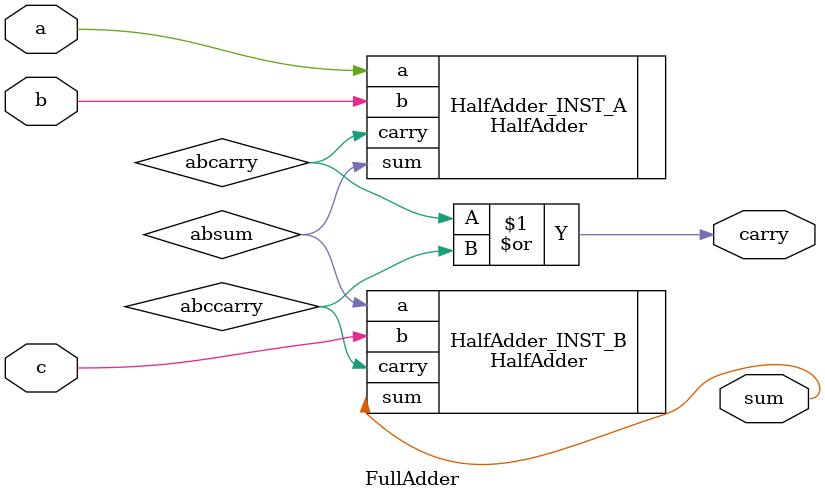
<source format=v>
module FullAdder (
    input a,
    input b,
    input c,
    output sum,
    output carry
);

wire absum, abcarry;
HalfAdder HalfAdder_INST_A (
    .a(a),
    .b(b),
    .sum(absum),
    .carry(abcarry)
);

wire abccarry;
HalfAdder HalfAdder_INST_B (
    .a(absum),
    .b(c),
    .sum(sum),
    .carry(abccarry)
);

assign carry = abcarry | abccarry;

endmodule
</source>
